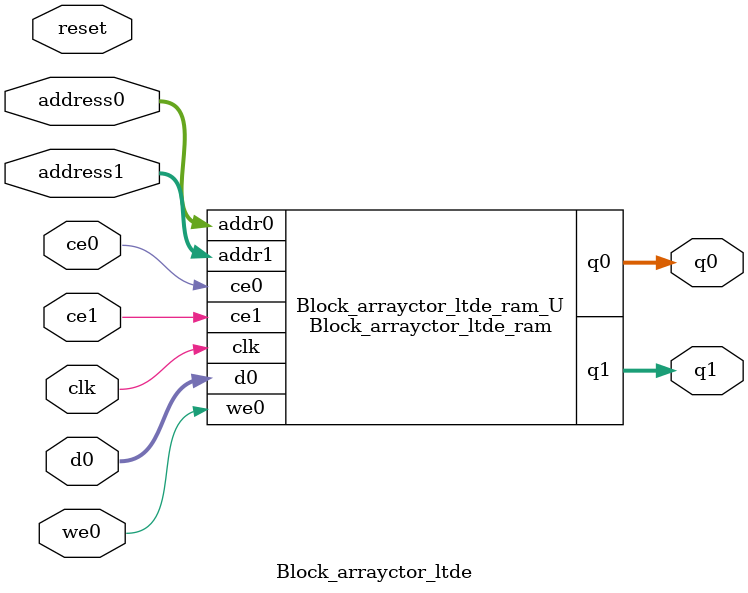
<source format=v>
`timescale 1 ns / 1 ps
module Block_arrayctor_ltde_ram (addr0, ce0, d0, we0, q0, addr1, ce1, q1,  clk);

parameter DWIDTH = 5;
parameter AWIDTH = 14;
parameter MEM_SIZE = 10240;

input[AWIDTH-1:0] addr0;
input ce0;
input[DWIDTH-1:0] d0;
input we0;
output reg[DWIDTH-1:0] q0;
input[AWIDTH-1:0] addr1;
input ce1;
output reg[DWIDTH-1:0] q1;
input clk;

(* ram_style = "block" *)reg [DWIDTH-1:0] ram[0:MEM_SIZE-1];




always @(posedge clk)  
begin 
    if (ce0) begin
        if (we0) 
            ram[addr0] <= d0; 
        q0 <= ram[addr0];
    end
end


always @(posedge clk)  
begin 
    if (ce1) begin
        q1 <= ram[addr1];
    end
end


endmodule

`timescale 1 ns / 1 ps
module Block_arrayctor_ltde(
    reset,
    clk,
    address0,
    ce0,
    we0,
    d0,
    q0,
    address1,
    ce1,
    q1);

parameter DataWidth = 32'd5;
parameter AddressRange = 32'd10240;
parameter AddressWidth = 32'd14;
input reset;
input clk;
input[AddressWidth - 1:0] address0;
input ce0;
input we0;
input[DataWidth - 1:0] d0;
output[DataWidth - 1:0] q0;
input[AddressWidth - 1:0] address1;
input ce1;
output[DataWidth - 1:0] q1;



Block_arrayctor_ltde_ram Block_arrayctor_ltde_ram_U(
    .clk( clk ),
    .addr0( address0 ),
    .ce0( ce0 ),
    .we0( we0 ),
    .d0( d0 ),
    .q0( q0 ),
    .addr1( address1 ),
    .ce1( ce1 ),
    .q1( q1 ));

endmodule


</source>
